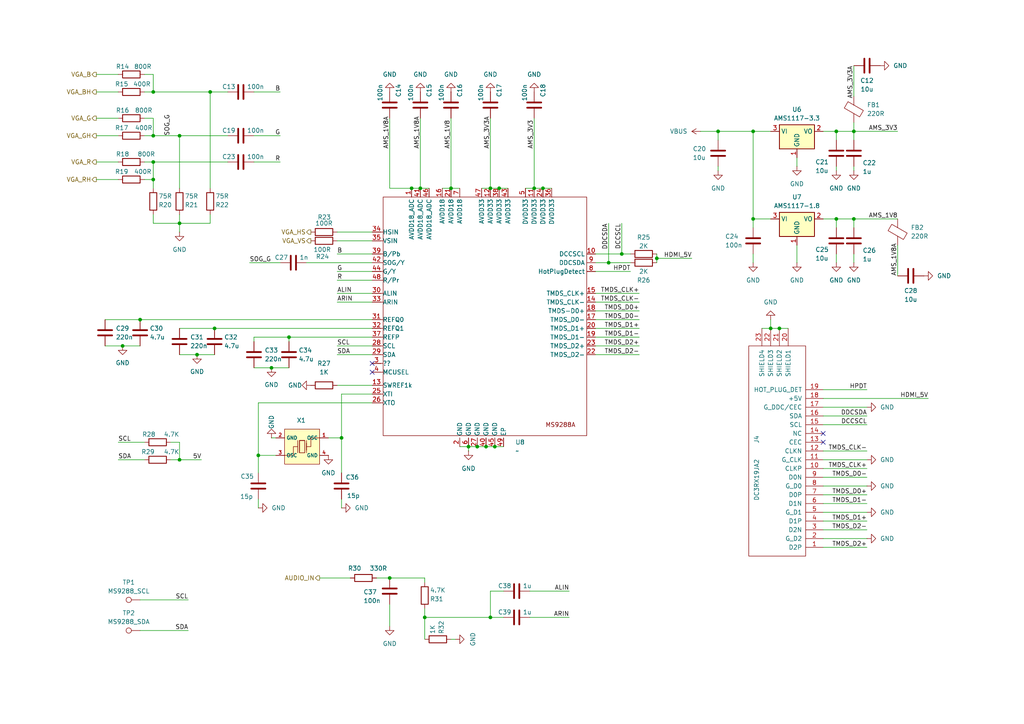
<source format=kicad_sch>
(kicad_sch (version 20250114) (generator "eeschema") (generator_version "9.0")
  (paper "A4")
  (title_block (title "${NAME} ${MODEL}") (date "2025-07-03") (rev "${VERSION}") (company "Mikhail Matveev") (comment 1 "https://github.com/rh1tech/echo"))
  (lib_symbols
    (symbol "Connector:TestPoint" (pin_numbers (hide yes)) (pin_names (offset 0.762) (hide yes))
      (property "Reference" "TP" (at 0 6.858 0))
      (property "Value" "TestPoint" (at 0 5.08 0))
      (symbol "TestPoint_0_1"
        (circle (center 0 3.302) (radius 0.762))
      )
      (symbol "TestPoint_1_1"
        (pin passive line (at 0 0 90) (length 2.54) (name "1") (number "1"))
      )
    )
    (symbol "Device:C" (pin_numbers (hide yes)) (pin_names (offset 0.254))
      (property "Reference" "C" (at 0.635 2.54 0))
      (property "Value" "C" (at 0.635 -2.54 0))
      (symbol "C_0_1"
        (polyline (pts (xy -2.032 0.762) (xy 2.032 0.762)) (stroke (width 0.508)))
        (polyline (pts (xy -2.032 -0.762) (xy 2.032 -0.762)) (stroke (width 0.508)))
      )
      (symbol "C_1_1"
        (pin passive line (at 0 3.81 270) (length 2.794) (name "~") (number "1"))
        (pin passive line (at 0 -3.81 90) (length 2.794) (name "~") (number "2"))
      )
    )
    (symbol "Device:FerriteBead" (pin_numbers (hide yes)) (pin_names (offset 0))
      (property "Reference" "FB" (at -3.81 0.635 90))
      (property "Value" "FerriteBead" (at 3.81 0 90))
      (symbol "FerriteBead_0_1"
        (polyline (pts (xy -2.7686 0.4064) (xy -1.7018 2.2606) (xy 2.7686 -0.3048) (xy 1.6764 -2.159) (xy -2.7686 0.4064)))
        (polyline (pts (xy 0 1.27) (xy 0 1.2954)))
        (polyline (pts (xy 0 -1.27) (xy 0 -1.2192)))
      )
      (symbol "FerriteBead_1_1"
        (pin passive line (at 0 3.81 270) (length 2.54) (name "~") (number "1"))
        (pin passive line (at 0 -3.81 90) (length 2.54) (name "~") (number "2"))
      )
    )
    (symbol "Device:R" (pin_numbers (hide yes)) (pin_names (offset 0))
      (property "Reference" "R" (at 2.032 0 90))
      (property "Value" "R" (at 0 0 90))
      (symbol "R_0_1"
        (rectangle (start -1.016 -2.54) (end 1.016 2.54) (stroke (width 0.254)))
      )
      (symbol "R_1_1"
        (pin passive line (at 0 3.81 270) (length 1.27) (name "~") (number "1"))
        (pin passive line (at 0 -3.81 90) (length 1.27) (name "~") (number "2"))
      )
    )
    (symbol "FRANK:Crystal,_25.576MHz"
      (property "Reference" "X1" (at 0.254 -7.62 0))
      (symbol "Crystal,_25.576MHz_0_1"
        (rectangle (start -5.08 5.08) (end 5.08 -5.08) (fill (type background)))
        (polyline (pts (xy -5.08 -2.54) (xy -2.54 -2.54) (xy -2.54 0) (xy -1.27 0)))
        (polyline (pts (xy -1.27 -1.016) (xy -1.27 1.016)))
        (polyline (pts (xy -1.27 -1.778) (xy -1.27 1.778)))
        (polyline (pts (xy -0.762 -1.778) (xy -0.762 1.778) (xy 0.762 1.778) (xy 0.762 -1.778)))
        (polyline (pts (xy 0.762 1.778) (xy 0.762 -1.778) (xy -0.762 -1.778) (xy -0.762 1.778) (xy 0.762 1.778)))
        (polyline (pts (xy 0.762 -1.778) (xy -0.762 -1.778)))
        (polyline (pts (xy 1.27 -1.016) (xy 1.27 1.016)))
        (polyline (pts (xy 1.27 -1.778) (xy 1.27 1.778)))
        (polyline (pts (xy 5.08 2.54) (xy 2.54 2.54) (xy 2.54 0) (xy 1.27 0)))
        (pin unspecified line (at -7.62 2.54 0) (length 2.54) (name "GND") (number "4"))
        (pin unspecified line (at 7.62 -2.54 180) (length 2.54) (name "GND") (number "2"))
      )
      (symbol "Crystal,_25.576MHz_1_1"
        (pin unspecified line (at -7.62 -2.54 0) (length 2.54) (name "OSC") (number "1"))
        (pin unspecified line (at 7.62 2.54 180) (length 2.54) (name "OSC") (number "3"))
      )
    )
    (symbol "FRANK:HDMI" (pin_names (offset 1.016))
      (property "Reference" "HDMI1" (at 12.7 -16.5101 0))
      (property "Value" "HDMI" (at 12.7 -13.9701 0))
      (symbol "HDMI_0_1"
        (rectangle (start -5.08 15.24) (end 11.43 -45.72))
      )
      (symbol "HDMI_1_1"
        (pin input line (at -10.16 12.7 0) (length 5.08) (name "D2P") (number "1"))
        (pin input line (at -10.16 10.16 0) (length 5.08) (name "G_D2") (number "2"))
        (pin input line (at -10.16 7.62 0) (length 5.08) (name "D2N") (number "3"))
        (pin input line (at -10.16 5.08 0) (length 5.08) (name "D1P") (number "4"))
        (pin input line (at -10.16 2.54 0) (length 5.08) (name "G_D1") (number "5"))
        (pin input line (at -10.16 0 0) (length 5.08) (name "D1N") (number "6"))
        (pin input line (at -10.16 -2.54 0) (length 5.08) (name "D0P") (number "7"))
        (pin input line (at -10.16 -5.08 0) (length 5.08) (name "G_D0") (number "8"))
        (pin input line (at -10.16 -7.62 0) (length 5.08) (name "D0N") (number "9"))
        (pin input line (at -10.16 -10.16 0) (length 5.08) (name "CLKP") (number "10"))
        (pin input line (at -10.16 -12.7 0) (length 5.08) (name "G_CLK") (number "11"))
        (pin input line (at -10.16 -15.24 0) (length 5.08) (name "CLKN") (number "12"))
        (pin input line (at -10.16 -17.78 0) (length 5.08) (name "CEC") (number "13"))
        (pin input line (at -10.16 -20.32 0) (length 5.08) (name "NC") (number "14"))
        (pin input line (at -10.16 -22.86 0) (length 5.08) (name "SCL") (number "15"))
        (pin input line (at -10.16 -25.4 0) (length 5.08) (name "SDA") (number "16"))
        (pin input line (at -10.16 -27.94 0) (length 5.08) (name "G_DDC/CEC") (number "17"))
        (pin input line (at -10.16 -30.48 0) (length 5.08) (name "+5V") (number "18"))
        (pin input line (at -10.16 -33.02 0) (length 5.08) (name "HOT_PLUG_DET") (number "19"))
        (pin input line (at 0 -50.8 90) (length 5.08) (name "SHIELD1") (number "20"))
        (pin input line (at 2.54 -50.8 90) (length 5.08) (name "SHIELD2") (number "21"))
        (pin input line (at 5.08 -50.8 90) (length 5.08) (name "SHIELD3") (number "22"))
        (pin input line (at 7.62 -50.8 90) (length 5.08) (name "SHIELD4") (number "23"))
      )
    )
    (symbol "FRANK:MS9288A"
      (property "Reference" "U13" (at 7.2741 -37.5412 0))
      (property "Value" "~" (at -17.78 14.605 0))
      (symbol "MS9288A_0_1"
        (polyline (pts (xy -30.48 24.13) (xy -29.9125 24.13)))
        (polyline (pts (xy -30.48 21.59) (xy -29.9125 21.59)))
        (polyline (pts (xy -30.48 17.78) (xy -29.9125 17.78)))
        (polyline (pts (xy -30.48 15.24) (xy -29.9125 15.24)))
        (polyline (pts (xy -30.48 12.7) (xy -29.9125 12.7)))
        (polyline (pts (xy -30.48 10.16) (xy -29.9125 10.16)))
        (polyline (pts (xy -30.48 6.35) (xy -29.9125 6.35)))
        (polyline (pts (xy -30.48 3.81) (xy -29.9125 3.81)))
        (polyline (pts (xy -30.48 -1.27) (xy -29.9125 -1.27)))
        (polyline (pts (xy -30.48 -3.81) (xy -29.9125 -3.81)))
        (polyline (pts (xy -30.48 -6.35) (xy -29.9125 -6.35)))
        (polyline (pts (xy -30.48 -8.89) (xy -29.9125 -8.89)))
        (polyline (pts (xy -30.48 -11.43) (xy -29.9125 -11.43)))
        (polyline (pts (xy -30.48 -13.97) (xy -29.9125 -13.97)))
        (polyline (pts (xy -30.48 -16.51) (xy -29.9125 -16.51)))
        (polyline (pts (xy -30.48 -20.32) (xy -29.9125 -20.32)))
        (polyline (pts (xy -30.48 -22.86) (xy -29.9125 -22.86)))
        (polyline (pts (xy -30.48 -25.4) (xy -29.9125 -25.4)))
        (rectangle (start -29.845 34.29) (end 29.21 -34.925))
      )
      (symbol "MS9288A_1_1"
        (text "MS9288A" (at 21.59 -31.75 0) (effects (font (size 1.27 1.27))))
        (pin input line (at -33.02 24.13 0) (length 2.54) (name "HSIN") (number "34"))
        (pin input line (at -33.02 21.59 0) (length 2.54) (name "VSIN") (number "35"))
        (pin input line (at -33.02 17.78 0) (length 2.54) (name "B/Pb") (number "39"))
        (pin input line (at -33.02 15.24 0) (length 2.54) (name "SOG/Y") (number "42"))
        (pin input line (at -33.02 12.7 0) (length 2.54) (name "G/Y") (number "44"))
        (pin input line (at -33.02 10.16 0) (length 2.54) (name "R/Pr") (number "48"))
        (pin input line (at -33.02 6.35 0) (length 2.54) (name "ALIN") (number "30"))
        (pin input line (at -33.02 3.81 0) (length 2.54) (name "ARIN") (number "33"))
        (pin input line (at -33.02 -1.27 0) (length 2.54) (name "REFQ0") (number "31"))
        (pin input line (at -33.02 -3.81 0) (length 2.54) (name "REFQ1") (number "32"))
        (pin input line (at -33.02 -6.35 0) (length 2.54) (name "REFP") (number "37"))
        (pin input line (at -33.02 -8.89 0) (length 2.54) (name "SCL") (number "28"))
        (pin input line (at -33.02 -11.43 0) (length 2.54) (name "SDA") (number "29"))
        (pin input line (at -33.02 -13.97 0) (length 2.54) (name "??") (number "3"))
        (pin input line (at -33.02 -16.51 0) (length 2.54) (name "MCUSEL") (number "4"))
        (pin input line (at -33.02 -20.32 0) (length 2.54) (name "SWREF1k") (number "13"))
        (pin input line (at -33.02 -22.86 0) (length 2.54) (name "XTI") (number "25"))
        (pin input line (at -33.02 -25.4 0) (length 2.54) (name "XTO") (number "26"))
        (pin input line (at -21.59 36.83 270) (length 2.54) (name "AVDD18_ADC") (number "1"))
        (pin input line (at -19.05 36.83 270) (length 2.54) (name "AVDD18_ADC") (number "41"))
        (pin input line (at -16.51 36.83 270) (length 2.54) (name "AVDD18_ADC") (number "46"))
        (pin input line (at -12.7 36.83 270) (length 2.54) (name "AVDD18") (number "16"))
        (pin input line (at -10.16 36.83 270) (length 2.54) (name "AVDD18") (number "21"))
        (pin input line (at -7.62 36.83 270) (length 2.54) (name "AVDD18") (number "7"))
        (pin input line (at -7.62 -38.1 90) (length 2.54) (name "GND") (number "2"))
        (pin input line (at -5.08 -38.1 90) (length 2.54) (name "GND") (number "6"))
        (pin input line (at -2.54 -38.1 90) (length 2.54) (name "GND") (number "27"))
        (pin input line (at -1.27 36.83 270) (length 2.54) (name "AVDD33") (number "47"))
        (pin input line (at 0 -38.1 90) (length 2.54) (name "GND") (number "40"))
        (pin input line (at 1.27 36.83 270) (length 2.54) (name "AVDD33") (number "12"))
        (pin input line (at 2.54 -38.1 90) (length 2.54) (name "GND") (number "45"))
        (pin input line (at 3.81 36.83 270) (length 2.54) (name "AVDD33") (number "38"))
        (pin input line (at 5.08 -38.1 90) (length 2.54) (name "EP") (number "49"))
        (pin input line (at 6.35 36.83 270) (length 2.54) (name "AVDD33") (number "43"))
        (pin input line (at 11.43 36.83 270) (length 2.54) (name "DVDD33") (number "5"))
        (pin input line (at 13.97 36.83 270) (length 2.54) (name "DVDD33") (number "11"))
        (pin input line (at 16.51 36.83 270) (length 2.54) (name "DVDD33") (number "24"))
        (pin input line (at 19.05 36.83 270) (length 2.54) (name "DVDD33") (number "36"))
        (pin input line (at 31.75 17.78 180) (length 2.54) (name "DCCSCL") (number "10"))
        (pin input line (at 31.75 15.24 180) (length 2.54) (name "DDCSDA") (number "9"))
        (pin input line (at 31.75 12.7 180) (length 2.54) (name "HotPlugDetect") (number "8"))
        (pin output line (at 31.75 6.35 180) (length 2.54) (name "TMDS_CLK+") (number "15"))
        (pin output line (at 31.75 3.81 180) (length 2.54) (name "TMDS_CLK-") (number "14"))
        (pin output line (at 31.75 1.27 180) (length 2.54) (name "TMDS-D0+") (number "18"))
        (pin output line (at 31.75 -1.27 180) (length 2.54) (name "TMDS_D0-") (number "17"))
        (pin output line (at 31.75 -3.81 180) (length 2.54) (name "TMDS_D1+") (number "20"))
        (pin output line (at 31.75 -6.35 180) (length 2.54) (name "TMDS_D1-") (number "19"))
        (pin output line (at 31.75 -8.89 180) (length 2.54) (name "TMDS_D2+") (number "23"))
        (pin output line (at 31.75 -11.43 180) (length 2.54) (name "TMDS_D2-") (number "22"))
      )
    )
    (symbol "Regulator_Linear:AMS1117-1.8"
      (property "Reference" "U" (at -3.81 3.175 0))
      (property "Value" "AMS1117-1.8" (at 0 3.175 0))
      (symbol "AMS1117-1.8_0_1"
        (rectangle (start -5.08 -5.08) (end 5.08 1.905) (stroke (width 0.254)) (fill (type background)))
      )
      (symbol "AMS1117-1.8_1_1"
        (pin power_in line (at -7.62 0 0) (length 2.54) (name "VI") (number "3"))
        (pin power_in line (at 0 -7.62 90) (length 2.54) (name "GND") (number "1"))
        (pin power_out line (at 7.62 0 180) (length 2.54) (name "VO") (number "2"))
      )
    )
    (symbol "Regulator_Linear:AMS1117-3.3"
      (property "Reference" "U" (at -3.81 3.175 0))
      (property "Value" "AMS1117-3.3" (at 0 3.175 0))
      (symbol "AMS1117-3.3_0_1"
        (rectangle (start -5.08 -5.08) (end 5.08 1.905) (stroke (width 0.254)) (fill (type background)))
      )
      (symbol "AMS1117-3.3_1_1"
        (pin power_in line (at -7.62 0 0) (length 2.54) (name "VI") (number "3"))
        (pin power_in line (at 0 -7.62 90) (length 2.54) (name "GND") (number "1"))
        (pin power_out line (at 7.62 0 180) (length 2.54) (name "VO") (number "2"))
      )
    )
    (symbol "power:GND" (power) (pin_numbers (hide yes)) (pin_names (offset 0) (hide yes))
      (property "Value" "GND" (at 0 -3.81 0))
      (symbol "GND_0_1"
        (polyline (pts (xy 0 0) (xy 0 -1.27) (xy 1.27 -1.27) (xy 0 -2.54) (xy -1.27 -1.27) (xy 0 -1.27)))
      )
      (symbol "GND_1_1"
        (pin power_in line (at 0 0 270) (length 0) (name "~") (number "1"))
      )
    )
    (symbol "power:VBUS" (power) (pin_numbers (hide yes)) (pin_names (offset 0) (hide yes))
      (property "Value" "VBUS" (at 0 3.556 0))
      (symbol "VBUS_0_1"
        (polyline (pts (xy -0.762 1.27) (xy 0 2.54)))
        (polyline (pts (xy 0 2.54) (xy 0.762 1.27)))
        (polyline (pts (xy 0 0) (xy 0 2.54)))
      )
      (symbol "VBUS_1_1"
        (pin power_in line (at 0 0 90) (length 0) (name "~") (number "1"))
      )
    )
  )
  (junction (at 52.07 39.37))
  (junction (at 223.52 95.25))
  (junction (at 113.03 167.64))
  (junction (at 119.38 54.61))
  (junction (at 44.45 39.37))
  (junction (at 208.28 38.1))
  (junction (at 143.51 129.54))
  (junction (at 40.64 92.71))
  (junction (at 78.74 106.68))
  (junction (at 123.19 179.07))
  (junction (at 176.53 76.2))
  (junction (at 44.45 26.67))
  (junction (at 62.23 95.25))
  (junction (at 247.65 63.5))
  (junction (at 242.57 63.5))
  (junction (at 99.06 127))
  (junction (at 218.44 63.5))
  (junction (at 52.07 64.77))
  (junction (at 218.44 38.1))
  (junction (at 142.24 179.07))
  (junction (at 154.94 54.61))
  (junction (at 121.92 54.61))
  (junction (at 190.5 74.93))
  (junction (at 130.81 54.61))
  (junction (at 140.97 129.54))
  (junction (at 247.65 38.1))
  (junction (at 44.45 46.99))
  (junction (at 144.78 54.61))
  (junction (at 57.15 102.87))
  (junction (at 44.45 52.07))
  (junction (at 60.96 26.67))
  (junction (at 35.56 100.33))
  (junction (at 52.07 133.35))
  (junction (at 242.57 38.1))
  (junction (at 74.93 132.08))
  (junction (at 180.34 73.66))
  (junction (at 138.43 129.54))
  (junction (at 135.89 129.54))
  (junction (at 83.82 97.79))
  (junction (at 157.48 54.61))
  (junction (at 142.24 54.61))
  (junction (at 226.06 95.25))
  (no_connect (at 238.76 125.73))
  (no_connect (at 107.95 105.41))
  (no_connect (at 107.95 107.95))
  (no_connect (at 238.76 128.27))
  (wire (pts (xy 238.76 151.13) (xy 251.46 151.13)))
  (wire (pts (xy 123.19 167.64) (xy 123.19 168.91)))
  (wire (pts (xy 44.45 26.67) (xy 60.96 26.67)))
  (wire (pts (xy 172.72 85.09) (xy 185.42 85.09)))
  (wire (pts (xy 74.93 132.08) (xy 74.93 137.16)))
  (wire (pts (xy 97.79 111.76) (xy 107.95 111.76)))
  (wire (pts (xy 121.92 54.61) (xy 124.46 54.61)))
  (wire (pts (xy 172.72 78.74) (xy 182.88 78.74)))
  (wire (pts (xy 88.9 76.2) (xy 107.95 76.2)))
  (wire (pts (xy 238.76 123.19) (xy 251.46 123.19)))
  (wire (pts (xy 44.45 34.29) (xy 44.45 39.37)))
  (wire (pts (xy 238.76 118.11) (xy 251.46 118.11)))
  (wire (pts (xy 247.65 35.56) (xy 247.65 38.1)))
  (wire (pts (xy 44.45 52.07) (xy 44.45 54.61)))
  (wire (pts (xy 113.03 181.61) (xy 113.03 175.26)))
  (wire (pts (xy 99.06 147.32) (xy 99.06 144.78)))
  (wire (pts (xy 95.25 127) (xy 99.06 127)))
  (wire (pts (xy 99.06 114.3) (xy 107.95 114.3)))
  (wire (pts (xy 119.38 54.61) (xy 121.92 54.61)))
  (wire (pts (xy 154.94 34.29) (xy 154.94 54.61)))
  (wire (pts (xy 152.4 54.61) (xy 154.94 54.61)))
  (wire (pts (xy 172.72 76.2) (xy 176.53 76.2)))
  (wire (pts (xy 30.48 92.71) (xy 40.64 92.71)))
  (wire (pts (xy 238.76 153.67) (xy 251.46 153.67)))
  (wire (pts (xy 121.92 34.29) (xy 121.92 54.61)))
  (wire (pts (xy 44.45 62.23) (xy 44.45 64.77)))
  (wire (pts (xy 44.45 64.77) (xy 52.07 64.77)))
  (wire (pts (xy 109.22 167.64) (xy 113.03 167.64)))
  (wire (pts (xy 172.72 73.66) (xy 180.34 73.66)))
  (wire (pts (xy 27.94 52.07) (xy 34.29 52.07)))
  (wire (pts (xy 78.74 106.68) (xy 83.82 106.68)))
  (wire (pts (xy 238.76 115.57) (xy 269.24 115.57)))
  (wire (pts (xy 97.79 81.28) (xy 107.95 81.28)))
  (wire (pts (xy 231.14 71.12) (xy 231.14 76.2)))
  (wire (pts (xy 208.28 40.64) (xy 208.28 38.1)))
  (wire (pts (xy 49.53 133.35) (xy 52.07 133.35)))
  (wire (pts (xy 218.44 63.5) (xy 223.52 63.5)))
  (wire (pts (xy 218.44 63.5) (xy 218.44 66.04)))
  (wire (pts (xy 74.93 116.84) (xy 107.95 116.84)))
  (wire (pts (xy 74.93 132.08) (xy 74.93 116.84)))
  (wire (pts (xy 97.79 100.33) (xy 107.95 100.33)))
  (wire (pts (xy 97.79 67.31) (xy 107.95 67.31)))
  (wire (pts (xy 238.76 135.89) (xy 251.46 135.89)))
  (wire (pts (xy 27.94 21.59) (xy 34.29 21.59)))
  (wire (pts (xy 238.76 113.03) (xy 251.46 113.03)))
  (wire (pts (xy 190.5 73.66) (xy 190.5 74.93)))
  (wire (pts (xy 83.82 97.79) (xy 107.95 97.79)))
  (wire (pts (xy 172.72 87.63) (xy 185.42 87.63)))
  (wire (pts (xy 220.98 95.25) (xy 223.52 95.25)))
  (wire (pts (xy 138.43 129.54) (xy 140.97 129.54)))
  (wire (pts (xy 238.76 120.65) (xy 251.46 120.65)))
  (wire (pts (xy 172.72 95.25) (xy 185.42 95.25)))
  (wire (pts (xy 172.72 92.71) (xy 185.42 92.71)))
  (wire (pts (xy 72.39 76.2) (xy 81.28 76.2)))
  (wire (pts (xy 172.72 90.17) (xy 185.42 90.17)))
  (wire (pts (xy 60.96 54.61) (xy 60.96 26.67)))
  (wire (pts (xy 140.97 129.54) (xy 143.51 129.54)))
  (wire (pts (xy 41.91 46.99) (xy 44.45 46.99)))
  (wire (pts (xy 133.35 129.54) (xy 135.89 129.54)))
  (wire (pts (xy 238.76 38.1) (xy 242.57 38.1)))
  (wire (pts (xy 208.28 38.1) (xy 218.44 38.1)))
  (wire (pts (xy 30.48 100.33) (xy 35.56 100.33)))
  (wire (pts (xy 52.07 39.37) (xy 52.07 54.61)))
  (wire (pts (xy 226.06 95.25) (xy 228.6 95.25)))
  (wire (pts (xy 128.27 54.61) (xy 130.81 54.61)))
  (wire (pts (xy 40.64 182.88) (xy 54.61 182.88)))
  (wire (pts (xy 35.56 100.33) (xy 40.64 100.33)))
  (wire (pts (xy 223.52 95.25) (xy 226.06 95.25)))
  (wire (pts (xy 97.79 78.74) (xy 107.95 78.74)))
  (wire (pts (xy 97.79 102.87) (xy 107.95 102.87)))
  (wire (pts (xy 113.03 34.29) (xy 113.03 54.61)))
  (wire (pts (xy 62.23 95.25) (xy 107.95 95.25)))
  (wire (pts (xy 153.67 179.07) (xy 165.1 179.07)))
  (wire (pts (xy 238.76 158.75) (xy 251.46 158.75)))
  (wire (pts (xy 135.89 129.54) (xy 138.43 129.54)))
  (wire (pts (xy 218.44 38.1) (xy 223.52 38.1)))
  (wire (pts (xy 52.07 133.35) (xy 58.42 133.35)))
  (wire (pts (xy 52.07 128.27) (xy 49.53 128.27)))
  (wire (pts (xy 247.65 40.64) (xy 247.65 38.1)))
  (wire (pts (xy 247.65 49.53) (xy 247.65 48.26)))
  (wire (pts (xy 44.45 21.59) (xy 44.45 26.67)))
  (wire (pts (xy 40.64 173.99) (xy 54.61 173.99)))
  (wire (pts (xy 208.28 49.53) (xy 208.28 48.26)))
  (wire (pts (xy 238.76 148.59) (xy 251.46 148.59)))
  (wire (pts (xy 238.76 143.51) (xy 251.46 143.51)))
  (wire (pts (xy 83.82 97.79) (xy 83.82 99.06)))
  (wire (pts (xy 247.65 63.5) (xy 260.35 63.5)))
  (wire (pts (xy 172.72 102.87) (xy 185.42 102.87)))
  (wire (pts (xy 238.76 146.05) (xy 251.46 146.05)))
  (wire (pts (xy 60.96 64.77) (xy 52.07 64.77)))
  (wire (pts (xy 153.67 171.45) (xy 165.1 171.45)))
  (wire (pts (xy 66.04 39.37) (xy 52.07 39.37)))
  (wire (pts (xy 142.24 34.29) (xy 142.24 54.61)))
  (wire (pts (xy 73.66 26.67) (xy 81.28 26.67)))
  (wire (pts (xy 247.65 38.1) (xy 260.35 38.1)))
  (wire (pts (xy 223.52 92.71) (xy 223.52 95.25)))
  (wire (pts (xy 238.76 140.97) (xy 251.46 140.97)))
  (wire (pts (xy 176.53 76.2) (xy 176.53 64.77)))
  (wire (pts (xy 238.76 63.5) (xy 242.57 63.5)))
  (wire (pts (xy 97.79 73.66) (xy 107.95 73.66)))
  (wire (pts (xy 247.65 73.66) (xy 247.65 76.2)))
  (wire (pts (xy 172.72 100.33) (xy 185.42 100.33)))
  (wire (pts (xy 74.93 147.32) (xy 74.93 144.78)))
  (wire (pts (xy 144.78 54.61) (xy 147.32 54.61)))
  (wire (pts (xy 52.07 102.87) (xy 57.15 102.87)))
  (wire (pts (xy 66.04 26.67) (xy 60.96 26.67)))
  (wire (pts (xy 41.91 26.67) (xy 44.45 26.67)))
  (wire (pts (xy 231.14 48.26) (xy 231.14 45.72)))
  (wire (pts (xy 146.05 171.45) (xy 142.24 171.45)))
  (wire (pts (xy 142.24 179.07) (xy 123.19 179.07)))
  (wire (pts (xy 139.7 54.61) (xy 142.24 54.61)))
  (wire (pts (xy 78.74 127) (xy 80.01 127)))
  (wire (pts (xy 135.89 129.54) (xy 135.89 130.81)))
  (wire (pts (xy 97.79 69.85) (xy 107.95 69.85)))
  (wire (pts (xy 41.91 52.07) (xy 44.45 52.07)))
  (wire (pts (xy 203.2 38.1) (xy 208.28 38.1)))
  (wire (pts (xy 154.94 54.61) (xy 157.48 54.61)))
  (wire (pts (xy 97.79 87.63) (xy 107.95 87.63)))
  (wire (pts (xy 57.15 102.87) (xy 62.23 102.87)))
  (wire (pts (xy 242.57 40.64) (xy 242.57 38.1)))
  (wire (pts (xy 34.29 128.27) (xy 41.91 128.27)))
  (wire (pts (xy 190.5 74.93) (xy 190.5 76.2)))
  (wire (pts (xy 27.94 39.37) (xy 34.29 39.37)))
  (wire (pts (xy 52.07 64.77) (xy 52.07 67.31)))
  (wire (pts (xy 27.94 26.67) (xy 34.29 26.67)))
  (wire (pts (xy 238.76 156.21) (xy 251.46 156.21)))
  (wire (pts (xy 242.57 63.5) (xy 247.65 63.5)))
  (wire (pts (xy 218.44 73.66) (xy 218.44 76.2)))
  (wire (pts (xy 73.66 46.99) (xy 81.28 46.99)))
  (wire (pts (xy 52.07 95.25) (xy 62.23 95.25)))
  (wire (pts (xy 242.57 66.04) (xy 242.57 63.5)))
  (wire (pts (xy 73.66 97.79) (xy 83.82 97.79)))
  (wire (pts (xy 92.71 167.64) (xy 101.6 167.64)))
  (wire (pts (xy 34.29 133.35) (xy 41.91 133.35)))
  (wire (pts (xy 180.34 73.66) (xy 182.88 73.66)))
  (wire (pts (xy 242.57 38.1) (xy 247.65 38.1)))
  (wire (pts (xy 73.66 106.68) (xy 78.74 106.68)))
  (wire (pts (xy 172.72 97.79) (xy 185.42 97.79)))
  (wire (pts (xy 247.65 19.05) (xy 247.65 27.94)))
  (wire (pts (xy 99.06 127) (xy 99.06 114.3)))
  (wire (pts (xy 238.76 138.43) (xy 251.46 138.43)))
  (wire (pts (xy 44.45 39.37) (xy 52.07 39.37)))
  (wire (pts (xy 97.79 85.09) (xy 107.95 85.09)))
  (wire (pts (xy 130.81 34.29) (xy 130.81 54.61)))
  (wire (pts (xy 260.35 71.12) (xy 260.35 80.01)))
  (wire (pts (xy 41.91 39.37) (xy 44.45 39.37)))
  (wire (pts (xy 130.81 185.42) (xy 132.08 185.42)))
  (wire (pts (xy 242.57 76.2) (xy 242.57 73.66)))
  (wire (pts (xy 146.05 179.07) (xy 142.24 179.07)))
  (wire (pts (xy 218.44 38.1) (xy 218.44 63.5)))
  (wire (pts (xy 247.65 66.04) (xy 247.65 63.5)))
  (wire (pts (xy 176.53 76.2) (xy 182.88 76.2)))
  (wire (pts (xy 242.57 49.53) (xy 242.57 48.26)))
  (wire (pts (xy 143.51 129.54) (xy 146.05 129.54)))
  (wire (pts (xy 238.76 133.35) (xy 251.46 133.35)))
  (wire (pts (xy 44.45 21.59) (xy 41.91 21.59)))
  (wire (pts (xy 27.94 34.29) (xy 34.29 34.29)))
  (wire (pts (xy 52.07 128.27) (xy 52.07 133.35)))
  (wire (pts (xy 123.19 176.53) (xy 123.19 179.07)))
  (wire (pts (xy 73.66 99.06) (xy 73.66 97.79)))
  (wire (pts (xy 157.48 54.61) (xy 160.02 54.61)))
  (wire (pts (xy 41.91 34.29) (xy 44.45 34.29)))
  (wire (pts (xy 73.66 39.37) (xy 81.28 39.37)))
  (wire (pts (xy 130.81 54.61) (xy 133.35 54.61)))
  (wire (pts (xy 238.76 130.81) (xy 251.46 130.81)))
  (wire (pts (xy 52.07 64.77) (xy 52.07 62.23)))
  (wire (pts (xy 40.64 92.71) (xy 107.95 92.71)))
  (wire (pts (xy 142.24 171.45) (xy 142.24 179.07)))
  (wire (pts (xy 142.24 54.61) (xy 144.78 54.61)))
  (wire (pts (xy 113.03 167.64) (xy 123.19 167.64)))
  (wire (pts (xy 27.94 46.99) (xy 34.29 46.99)))
  (wire (pts (xy 99.06 137.16) (xy 99.06 127)))
  (wire (pts (xy 80.01 132.08) (xy 74.93 132.08)))
  (wire (pts (xy 123.19 179.07) (xy 123.19 185.42)))
  (wire (pts (xy 44.45 46.99) (xy 44.45 52.07)))
  (wire (pts (xy 113.03 54.61) (xy 119.38 54.61)))
  (wire (pts (xy 190.5 74.93) (xy 200.66 74.93)))
  (wire (pts (xy 60.96 62.23) (xy 60.96 64.77)))
  (wire (pts (xy 44.45 46.99) (xy 66.04 46.99)))
  (wire (pts (xy 180.34 64.77) (xy 180.34 73.66)))
  (label "TMDS_D0+" (at 185.42 90.17 180))
  (label "SOG_G" (at 49.53 39.37 90))
  (label "HPDT" (at 251.46 113.03 180))
  (label "HDMI_5V" (at 200.66 74.93 180))
  (label "TMDS_CLK-" (at 185.42 87.63 180))
  (label "B" (at 97.79 73.66 0))
  (label "ARIN" (at 165.1 179.07 180))
  (label "TMDS_CLK-" (at 251.46 130.81 180))
  (label "AMS_1V8A" (at 260.35 80.01 90))
  (label "TMDS_D2-" (at 251.46 153.67 180))
  (label "ALIN" (at 165.1 171.45 180))
  (label "TMDS_D0+" (at 251.46 143.51 180))
  (label "TMDS_CLK+" (at 251.46 135.89 180))
  (label "DCCSCL" (at 251.46 123.19 180))
  (label "AMS_1V8A" (at 121.92 43.18 90))
  (label "DCCSCL" (at 180.34 64.77 270))
  (label "ALIN" (at 97.79 85.09 0))
  (label "TMDS_D2+" (at 185.42 100.33 180))
  (label "TMDS_D1+" (at 185.42 95.25 180))
  (label "TMDS_D1+" (at 251.46 151.13 180))
  (label "AMS_3V3" (at 260.35 38.1 180))
  (label "B" (at 81.28 26.67 180))
  (label "AMS_3V3A" (at 247.65 19.05 270))
  (label "TMDS_D1-" (at 185.42 97.79 180))
  (label "HPDT" (at 182.88 78.74 180))
  (label "TMDS_D2-" (at 185.42 102.87 180))
  (label "SCL" (at 34.29 128.27 0))
  (label "AMS_1V8A" (at 113.03 43.18 90))
  (label "TMDS_D0-" (at 185.42 92.71 180))
  (label "TMDS_D1-" (at 251.46 146.05 180))
  (label "SDA" (at 34.29 133.35 0))
  (label "SCL" (at 54.61 173.99 180))
  (label "AMS_1V8" (at 260.35 63.5 180))
  (label "SCL" (at 97.79 100.33 0))
  (label "G" (at 81.28 39.37 180))
  (label "SDA" (at 54.61 182.88 180))
  (label "DDCSDA" (at 176.53 64.77 270))
  (label "ARIN" (at 97.79 87.63 0))
  (label "AMS_3V3A" (at 142.24 43.18 90))
  (label "5V" (at 58.42 133.35 180))
  (label "R" (at 81.28 46.99 180))
  (label "HDMI_5V" (at 269.24 115.57 180))
  (label "TMDS_CLK+" (at 185.42 85.09 180))
  (label "TMDS_D2+" (at 251.46 158.75 180))
  (label "R" (at 97.79 81.28 0))
  (label "SDA" (at 97.79 102.87 0))
  (label "DDCSDA" (at 251.46 120.65 180))
  (label "TMDS_D0-" (at 251.46 138.43 180))
  (label "G" (at 97.79 78.74 0))
  (label "SOG_G" (at 72.39 76.2 0))
  (label "AMS_3V3" (at 154.94 43.18 90))
  (label "AMS_1V8" (at 130.81 43.18 90))
  (hierarchical_label "VGA_RH" (shape output) (at 27.94 52.07 180))
  (hierarchical_label "VGA_VS" (shape output) (at 90.17 69.85 180))
  (hierarchical_label "VGA_G" (shape output) (at 27.94 34.29 180))
  (hierarchical_label "VGA_GH" (shape output) (at 27.94 39.37 180))
  (hierarchical_label "VGA_R" (shape output) (at 27.94 46.99 180))
  (hierarchical_label "AUDIO_IN" (shape output) (at 92.71 167.64 180))
  (hierarchical_label "VGA_HS" (shape output) (at 90.17 67.31 180))
  (hierarchical_label "VGA_BH" (shape output) (at 27.94 26.67 180))
  (hierarchical_label "VGA_B" (shape output) (at 27.94 21.59 180))
  (symbol (lib_id "power:GND") (at 121.92 26.67 0) (mirror x) (unit 1)
    (property "Reference" "#PWR044" (effects (hide yes)))
    (property "Value" "GND" (at 121.92 21.59 0))
    (property "Description" "Power symbol creates a global label with name \"GND\" , ground" (effects (hide yes)))
  )
  (symbol (lib_id "power:GND") (at 251.46 133.35 90) (unit 1)
    (property "Reference" "#PWR068" (effects (hide yes)))
    (property "Value" "GND" (at 255.27 133.3499 90) (effects (justify right)))
    (property "Description" "Power symbol creates a global label with name \"GND\" , ground" (effects (hide yes)))
  )
  (symbol (lib_id "Device:R") (at 186.69 76.2 90) (unit 1)
    (property "Reference" "R26" (at 186.69 81.28 90))
    (property "Value" "2K" (at 186.69 78.74 90))
    (property "Footprint" "FRANK:Resistor (0402)" (effects (hide yes)))
  )
  (symbol (lib_id "Device:R") (at 186.69 73.66 90) (unit 1)
    (property "Reference" "R25" (at 186.69 68.834 90))
    (property "Value" "2K" (at 186.69 71.374 90))
    (property "Footprint" "FRANK:Resistor (0402)" (effects (hide yes)))
  )
  (symbol (lib_id "Device:R") (at 127 185.42 90) (unit 1)
    (property "Reference" "R32" (at 128.016 183.896 0) (effects (justify left)))
    (property "Value" "1K" (at 125.476 183.896 0) (effects (justify left)))
    (property "Footprint" "FRANK:Resistor (0402)" (effects (hide yes)))
    (property "Description" "Resistor" (effects (hide yes)))
  )
  (symbol (lib_id "FRANK:HDMI") (at 228.6 146.05 180) (unit 1)
    (property "Reference" "J4" (at 219.456 126.238 90) (effects (justify left)))
    (property "Value" "DC3RX19JA2" (at 219.456 133.096 90) (effects (justify left)))
    (property "Footprint" "FRANK:HDMI (female)" (effects (hide yes)))
    (property "Datasheet" "https://www.mouser.com/datasheet/2/206/B_0233_2E_DC3-784461.pdf?srsltid=AfmBOopfNOwkdmYR2Zf10LYIa6wS_lfZGGRTVzb0297kvAyc-1zmhqWc" (effects (hide yes)))
    (property "AliExpress" "https://www.aliexpress.com/item/1005005248842433.html" (effects (hide yes)))
  )
  (symbol (lib_id "Device:C") (at 121.92 30.48 180) (unit 1)
    (property "Reference" "C15" (at 124.46 28.194 90) (effects (justify right)))
    (property "Value" "100n" (at 119.126 24.384 90) (effects (justify left)))
    (property "Footprint" "FRANK:Capacitor (0402)" (effects (hide yes)))
    (property "Description" "Unpolarized capacitor" (effects (hide yes)))
  )
  (symbol (lib_id "Device:C") (at 99.06 140.97 0) (mirror y) (unit 1)
    (property "Reference" "C36" (at 104.14 138.43 0) (effects (justify left)))
    (property "Value" "15p" (at 104.394 143.764 0) (effects (justify left)))
    (property "Footprint" "FRANK:Capacitor (0402)" (effects (hide yes)))
    (property "Description" "Unpolarized capacitor" (effects (hide yes)))
  )
  (symbol (lib_id "Device:R") (at 105.41 167.64 90) (mirror x) (unit 1)
    (property "Reference" "R30" (at 102.87 164.846 90))
    (property "Value" "330R" (at 107.188 164.846 90) (effects (justify right)))
    (property "Footprint" "FRANK:Resistor (0402)" (effects (hide yes)))
    (property "Description" "Resistor" (effects (hide yes)))
  )
  (symbol (lib_id "Device:C") (at 242.57 69.85 0) (unit 1)
    (property "Reference" "C25" (at 236.474 72.39 0) (effects (justify left)))
    (property "Value" "10u" (at 236.474 74.93 0) (effects (justify left)))
    (property "Footprint" "FRANK:Capacitor (0805)" (effects (hide yes)))
    (property "Description" "Unpolarized capacitor" (effects (hide yes)))
  )
  (symbol (lib_id "Device:R") (at 60.96 58.42 0) (unit 1)
    (property "Reference" "R22" (at 62.484 59.436 0) (effects (justify left)))
    (property "Value" "75R" (at 62.484 56.896 0) (effects (justify left)))
    (property "Footprint" "FRANK:Resistor (0402)" (effects (hide yes)))
    (property "Description" "Resistor" (effects (hide yes)))
  )
  (symbol (lib_id "Connector:TestPoint") (at 40.64 182.88 90) (unit 1)
    (property "Reference" "TP2" (at 37.338 177.8 90))
    (property "Value" "MS9288_SDA" (at 37.338 180.34 90))
    (property "Footprint" "FRANK:TestPoint (Pad 1.0x1.0mm)" (effects (hide yes)))
    (property "Description" "test point" (effects (hide yes)))
  )
  (symbol (lib_id "power:GND") (at 78.74 106.68 0) (unit 1)
    (property "Reference" "#PWR062" (effects (hide yes)))
    (property "Value" "GND" (at 78.74 111.5962 0))
  )
  (symbol (lib_id "Device:R") (at 38.1 21.59 90) (mirror x) (unit 1)
    (property "Reference" "R14" (at 35.56 19.304 90))
    (property "Value" "800R" (at 38.862 19.304 90) (effects (justify right)))
    (property "Footprint" "FRANK:Resistor (0402)" (effects (hide yes)))
    (property "Description" "Resistor" (effects (hide yes)))
  )
  (symbol (lib_id "power:GND") (at 247.65 76.2 0) (unit 1)
    (property "Reference" "#PWR057" (effects (hide yes)))
    (property "Value" "GND" (at 247.65 81.28 0))
    (property "Description" "Power symbol creates a global label with name \"GND\" , ground" (effects (hide yes)))
  )
  (symbol (lib_id "Device:FerriteBead") (at 260.35 67.31 0) (unit 1)
    (property "Reference" "FB2" (at 264.16 65.9891 0) (effects (justify left)))
    (property "Value" "220R" (at 264.16 68.5291 0) (effects (justify left)))
    (property "Footprint" "FRANK:Inductor (0805)" (effects (hide yes)))
    (property "Description" "Ferrite bead" (effects (hide yes)))
  )
  (symbol (lib_id "Device:C") (at 218.44 69.85 0) (unit 1)
    (property "Reference" "C24" (at 210.312 68.58 0) (effects (justify left)))
    (property "Value" "100n" (at 210.312 71.12 0) (effects (justify left)))
    (property "Footprint" "FRANK:Capacitor (0402)" (effects (hide yes)))
    (property "Description" "Unpolarized capacitor" (effects (hide yes)))
  )
  (symbol (lib_id "Device:C") (at 264.16 80.01 90) (unit 1)
    (property "Reference" "C28" (at 264.16 84.328 90))
    (property "Value" "10u" (at 264.16 86.868 90))
    (property "Footprint" "FRANK:Capacitor (0805)" (effects (hide yes)))
    (property "Description" "Unpolarized capacitor" (effects (hide yes)))
  )
  (symbol (lib_id "Device:C") (at 83.82 102.87 0) (unit 1)
    (property "Reference" "C34" (at 86.614 101.6 0) (effects (justify left)))
    (property "Value" "4.7u" (at 86.614 104.14 0) (effects (justify left)))
    (property "Footprint" "FRANK:Capacitor (0805)" (effects (hide yes)))
  )
  (symbol (lib_id "Device:R") (at 38.1 52.07 90) (mirror x) (unit 1)
    (property "Reference" "R19" (at 35.306 49.784 90))
    (property "Value" "400R" (at 38.862 49.784 90) (effects (justify right)))
    (property "Footprint" "FRANK:Resistor (0402)" (effects (hide yes)))
    (property "Description" "Resistor" (effects (hide yes)))
  )
  (symbol (lib_id "power:GND") (at 242.57 76.2 0) (unit 1)
    (property "Reference" "#PWR056" (effects (hide yes)))
    (property "Value" "GND" (at 242.57 81.28 0))
    (property "Description" "Power symbol creates a global label with name \"GND\" , ground" (effects (hide yes)))
  )
  (symbol (lib_id "Device:R") (at 45.72 128.27 90) (mirror x) (unit 1)
    (property "Reference" "R28" (at 43.18 125.984 90))
    (property "Value" "4.7K" (at 47.498 125.984 90) (effects (justify right)))
    (property "Footprint" "FRANK:Resistor (0402)" (effects (hide yes)))
    (property "Description" "Resistor" (effects (hide yes)))
  )
  (symbol (lib_id "Device:C") (at 85.09 76.2 270) (unit 1)
    (property "Reference" "C27" (at 83.566 74.676 90) (effects (justify right)))
    (property "Value" "1n" (at 86.868 74.676 90) (effects (justify left)))
    (property "Footprint" "FRANK:Capacitor (0402)" (effects (hide yes)))
    (property "Description" "Unpolarized capacitor" (effects (hide yes)))
  )
  (symbol (lib_id "Device:C") (at 69.85 39.37 270) (unit 1)
    (property "Reference" "C19" (at 68.326 37.846 90) (effects (justify right)))
    (property "Value" "100n" (at 71.628 37.846 90) (effects (justify left)))
    (property "Footprint" "FRANK:Capacitor (0402)" (effects (hide yes)))
    (property "Description" "Unpolarized capacitor" (effects (hide yes)))
  )
  (symbol (lib_id "power:GND") (at 74.93 147.32 90) (mirror x) (unit 1)
    (property "Reference" "#PWR070" (effects (hide yes)))
    (property "Value" "GND" (at 78.74 147.3199 90) (effects (justify right)))
    (property "Description" "Power symbol creates a global label with name \"GND\" , ground" (effects (hide yes)))
  )
  (symbol (lib_id "power:GND") (at 251.46 148.59 90) (unit 1)
    (property "Reference" "#PWR072" (effects (hide yes)))
    (property "Value" "GND" (at 255.27 148.5899 90) (effects (justify right)))
    (property "Description" "Power symbol creates a global label with name \"GND\" , ground" (effects (hide yes)))
  )
  (symbol (lib_id "Device:C") (at 247.65 69.85 0) (unit 1)
    (property "Reference" "C26" (at 250.19 72.644 0) (effects (justify left)))
    (property "Value" "1u" (at 250.19 75.184 0) (effects (justify left)))
    (property "Footprint" "FRANK:Capacitor (0805)" (effects (hide yes)))
    (property "Description" "Unpolarized capacitor" (effects (hide yes)))
  )
  (symbol (lib_id "power:GND") (at 130.81 26.67 0) (mirror x) (unit 1)
    (property "Reference" "#PWR045" (effects (hide yes)))
    (property "Value" "GND" (at 130.81 21.59 0))
    (property "Description" "Power symbol creates a global label with name \"GND\" , ground" (effects (hide yes)))
  )
  (symbol (lib_id "power:GND") (at 132.08 185.42 90) (unit 1)
    (property "Reference" "#PWR075" (effects (hide yes)))
    (property "Value" "GND" (at 137.16 185.42 0))
    (property "Description" "Power symbol creates a global label with name \"GND\" , ground" (effects (hide yes)))
  )
  (symbol (lib_id "Device:R") (at 45.72 133.35 90) (mirror x) (unit 1)
    (property "Reference" "R29" (at 42.926 131.064 90))
    (property "Value" "4.7K" (at 47.498 131.064 90) (effects (justify right)))
    (property "Footprint" "FRANK:Resistor (0402)" (effects (hide yes)))
    (property "Description" "Resistor" (effects (hide yes)))
  )
  (symbol (lib_id "power:GND") (at 135.89 130.81 0) (mirror y) (unit 1)
    (property "Reference" "#PWR066" (effects (hide yes)))
    (property "Value" "GND" (at 135.89 135.89 0))
    (property "Description" "Power symbol creates a global label with name \"GND\" , ground" (effects (hide yes)))
  )
  (symbol (lib_id "Device:C") (at 242.57 44.45 0) (unit 1)
    (property "Reference" "C21" (at 236.474 46.99 0) (effects (justify left)))
    (property "Value" "10u" (at 236.474 49.53 0) (effects (justify left)))
    (property "Footprint" "FRANK:Capacitor (0805)" (effects (hide yes)))
    (property "Description" "Unpolarized capacitor" (effects (hide yes)))
  )
  (symbol (lib_id "Device:FerriteBead") (at 247.65 31.75 0) (unit 1)
    (property "Reference" "FB1" (at 251.46 30.4291 0) (effects (justify left)))
    (property "Value" "220R" (at 251.46 32.9691 0) (effects (justify left)))
    (property "Footprint" "FRANK:Inductor (0805)" (effects (hide yes)))
    (property "Description" "Ferrite bead" (effects (hide yes)))
  )
  (symbol (lib_id "FRANK:Crystal,_25.576MHz") (at 87.63 129.54 180) (unit 1)
    (property "Reference" "X1" (at 87.376 121.92 0))
    (property "Value" "24.576M" (effects (hide yes)))
    (property "Footprint" "FRANK:Crystal (2520)" (effects (hide yes)))
    (property "Datasheet" "https://www.lcsc.com/datasheet/lcsc_datasheet_2403291504_YXC-Crystal-Oscillators-X322512MSB4SI_C9002.pdf" (effects (hide yes)))
    (property "Description" "12MHz Surface Mount Crystal 20pF ±10ppm ±20ppm SMD3225-4P Crystals ROHS" (effects (hide yes)))
    (property "LCSC" "C9002" (effects (hide yes)))
    (property "Stock" "216445" (effects (hide yes)))
    (property "Price" "0.069USD" (effects (hide yes)))
    (property "Process" "SMT" (effects (hide yes)))
    (property "Minimum Qty" "5" (effects (hide yes)))
    (property "Attrition Qty" "4" (effects (hide yes)))
    (property "Class" "Basic Component" (effects (hide yes)))
    (property "Category" "Crystals/Oscillators/Resonators,Crystals" (effects (hide yes)))
    (property "Manufacturer" "Yangxing Tech" (effects (hide yes)))
    (property "Part" "X322512MSB4SI" (effects (hide yes)))
    (property "Frequency" "12MHz" (effects (hide yes)))
    (property "Frequency Stability" "±20ppm" (effects (hide yes)))
    (property "Operating Temperature" "-40°C~+85°C" (effects (hide yes)))
    (property "Frequency Tolerance" "±10ppm" (effects (hide yes)))
    (property "Crystal Type" "SMD Crystal Resonator" (effects (hide yes)))
    (property "Load Capacitance" "20pF" (effects (hide yes)))
    (property "Normal Temperature Frequency Tolerance" "±10ppm" (effects (hide yes)))
    (property "Type" "Surface Mount Crystal" (effects (hide yes)))
  )
  (symbol (lib_id "power:GND") (at 90.17 111.76 270) (mirror x) (unit 1)
    (property "Reference" "#PWR063" (effects (hide yes)))
    (property "Value" "GND" (at 87.63 111.7599 90) (effects (justify right)))
    (property "Description" "Power symbol creates a global label with name \"GND\" , ground" (effects (hide yes)))
  )
  (symbol (lib_id "Device:C") (at 69.85 46.99 270) (unit 1)
    (property "Reference" "C23" (at 68.326 45.466 90) (effects (justify right)))
    (property "Value" "100n" (at 71.628 45.466 90) (effects (justify left)))
    (property "Footprint" "FRANK:Capacitor (0402)" (effects (hide yes)))
    (property "Description" "Unpolarized capacitor" (effects (hide yes)))
  )
  (symbol (lib_id "power:GND") (at 231.14 76.2 0) (unit 1)
    (property "Reference" "#PWR055" (effects (hide yes)))
    (property "Value" "GND" (at 231.14 81.28 0))
    (property "Description" "Power symbol creates a global label with name \"GND\" , ground" (effects (hide yes)))
  )
  (symbol (lib_id "Device:C") (at 251.46 19.05 90) (unit 1)
    (property "Reference" "C12" (at 251.46 23.368 90))
    (property "Value" "10u" (at 251.46 25.908 90))
    (property "Footprint" "FRANK:Capacitor (0805)" (effects (hide yes)))
    (property "Description" "Unpolarized capacitor" (effects (hide yes)))
  )
  (symbol (lib_id "Device:R") (at 93.98 67.31 90) (unit 1)
    (property "Reference" "R23" (at 96.012 62.992 90) (effects (justify left)))
    (property "Value" "100R" (at 96.52 64.77 90) (effects (justify left)))
    (property "Footprint" "FRANK:Resistor (0402)" (effects (hide yes)))
    (property "Description" "Resistor" (effects (hide yes)))
  )
  (symbol (lib_id "power:GND") (at 208.28 49.53 0) (unit 1)
    (property "Reference" "#PWR050" (effects (hide yes)))
    (property "Value" "GND" (at 208.28 54.61 0))
    (property "Description" "Power symbol creates a global label with name \"GND\" , ground" (effects (hide yes)))
  )
  (symbol (lib_id "Regulator_Linear:AMS1117-1.8") (at 231.14 63.5 0) (unit 1)
    (property "Reference" "U7" (at 231.14 57.15 0))
    (property "Value" "AMS1117-1.8" (at 231.14 59.69 0))
    (property "Footprint" "FRANK:SOT-223" (effects (hide yes)))
    (property "Datasheet" "http://www.advanced-monolithic.com/pdf/ds1117.pdf" (effects (hide yes)))
    (property "Description" "1A Low Dropout regulator, positive, 1.8V fixed output, SOT-223" (effects (hide yes)))
  )
  (symbol (lib_id "Device:R") (at 38.1 39.37 90) (mirror x) (unit 1)
    (property "Reference" "R17" (at 35.306 37.084 90))
    (property "Value" "400R" (at 39.116 37.084 90) (effects (justify right)))
    (property "Footprint" "FRANK:Resistor (0402)" (effects (hide yes)))
    (property "Description" "Resistor" (effects (hide yes)))
  )
  (symbol (lib_id "power:GND") (at 113.03 26.67 0) (mirror x) (unit 1)
    (property "Reference" "#PWR043" (effects (hide yes)))
    (property "Value" "GND" (at 113.03 21.59 0))
    (property "Description" "Power symbol creates a global label with name \"GND\" , ground" (effects (hide yes)))
  )
  (symbol (lib_id "power:GND") (at 251.46 156.21 90) (unit 1)
    (property "Reference" "#PWR073" (effects (hide yes)))
    (property "Value" "GND" (at 255.27 156.2099 90) (effects (justify right)))
    (property "Description" "Power symbol creates a global label with name \"GND\" , ground" (effects (hide yes)))
  )
  (symbol (lib_id "power:GND") (at 99.06 147.32 90) (mirror x) (unit 1)
    (property "Reference" "#PWR071" (effects (hide yes)))
    (property "Value" "GND" (at 102.87 147.3199 90) (effects (justify right)))
    (property "Description" "Power symbol creates a global label with name \"GND\" , ground" (effects (hide yes)))
  )
  (symbol (lib_id "power:GND") (at 57.15 102.87 0) (unit 1)
    (property "Reference" "#PWR061" (effects (hide yes)))
    (property "Value" "GND" (at 57.15 107.7862 0))
  )
  (symbol (lib_id "Device:C") (at 30.48 96.52 0) (unit 1)
    (property "Reference" "C29" (at 33.5788 95.25 0) (effects (justify left)))
    (property "Value" "220n" (at 33.5788 97.79 0) (effects (justify left)))
    (property "Footprint" "FRANK:Capacitor (0402)" (effects (hide yes)))
  )
  (symbol (lib_id "power:GND") (at 95.25 132.08 0) (mirror y) (unit 1)
    (property "Reference" "#PWR067" (effects (hide yes)))
    (property "Value" "GND" (at 95.25 137.16 0))
    (property "Description" "Power symbol creates a global label with name \"GND\" , ground" (effects (hide yes)))
  )
  (symbol (lib_id "Device:C") (at 52.07 99.06 0) (unit 1)
    (property "Reference" "C31" (at 55.1688 97.79 0) (effects (justify left)))
    (property "Value" "220n" (at 55.1688 100.33 0) (effects (justify left)))
    (property "Footprint" "FRANK:Capacitor (0402)" (effects (hide yes)))
  )
  (symbol (lib_id "Device:C") (at 113.03 30.48 180) (unit 1)
    (property "Reference" "C14" (at 115.57 28.194 90) (effects (justify right)))
    (property "Value" "100n" (at 110.236 24.384 90) (effects (justify left)))
    (property "Footprint" "FRANK:Capacitor (0402)" (effects (hide yes)))
    (property "Description" "Unpolarized capacitor" (effects (hide yes)))
  )
  (symbol (lib_id "Device:R") (at 38.1 34.29 90) (mirror x) (unit 1)
    (property "Reference" "R16" (at 35.56 32.004 90))
    (property "Value" "800R" (at 39.116 32.004 90) (effects (justify right)))
    (property "Footprint" "FRANK:Resistor (0402)" (effects (hide yes)))
    (property "Description" "Resistor" (effects (hide yes)))
  )
  (symbol (lib_id "Device:C") (at 149.86 171.45 270) (unit 1)
    (property "Reference" "C38" (at 148.336 169.926 90) (effects (justify right)))
    (property "Value" "1u" (at 151.638 169.926 90) (effects (justify left)))
    (property "Footprint" "FRANK:Capacitor (0805)" (effects (hide yes)))
    (property "Description" "Unpolarized capacitor" (effects (hide yes)))
  )
  (symbol (lib_id "Device:C") (at 62.23 99.06 0) (unit 1)
    (property "Reference" "C32" (at 65.024 97.79 0) (effects (justify left)))
    (property "Value" "4.7u" (at 65.024 100.33 0) (effects (justify left)))
    (property "Footprint" "FRANK:Capacitor (0805)" (effects (hide yes)))
  )
  (symbol (lib_id "power:VBUS") (at 203.2 38.1 90) (unit 1)
    (property "Reference" "#PWR048" (effects (hide yes)))
    (property "Value" "VBUS" (at 199.39 38.0999 90) (effects (justify left)))
    (property "Description" "Power symbol creates a global label with name \"VBUS\"" (effects (hide yes)))
  )
  (symbol (lib_id "power:GND") (at 223.52 92.71 0) (mirror x) (unit 1)
    (property "Reference" "#PWR059" (effects (hide yes)))
    (property "Value" "GND" (at 223.52 87.63 0))
    (property "Description" "Power symbol creates a global label with name \"GND\" , ground" (effects (hide yes)))
  )
  (symbol (lib_id "FRANK:MS9288A") (at 140.97 91.44 0) (unit 1)
    (property "Reference" "U8" (at 149.4633 128.27 0) (effects (justify left)))
    (property "Value" "~" (at 149.4633 130.81 0) (effects (justify left)))
    (property "Footprint" "FRANK:QFN 48" (effects (hide yes)))
  )
  (symbol (lib_id "Device:C") (at 208.28 44.45 0) (unit 1)
    (property "Reference" "C20" (at 200.914 43.18 0) (effects (justify left)))
    (property "Value" "10u" (at 200.914 45.72 0) (effects (justify left)))
    (property "Footprint" "FRANK:Capacitor (0805)" (effects (hide yes)))
    (property "Description" "Unpolarized capacitor" (effects (hide yes)))
  )
  (symbol (lib_id "Device:C") (at 69.85 26.67 270) (unit 1)
    (property "Reference" "C13" (at 68.326 25.146 90) (effects (justify right)))
    (property "Value" "100n" (at 71.628 25.146 90) (effects (justify left)))
    (property "Footprint" "FRANK:Capacitor (0402)" (effects (hide yes)))
    (property "Description" "Unpolarized capacitor" (effects (hide yes)))
  )
  (symbol (lib_id "power:GND") (at 78.74 127 0) (mirror x) (unit 1)
    (property "Reference" "#PWR065" (effects (hide yes)))
    (property "Value" "GND" (at 78.7401 124.46 90) (effects (justify right)))
    (property "Description" "Power symbol creates a global label with name \"GND\" , ground" (effects (hide yes)))
  )
  (symbol (lib_id "power:GND") (at 113.03 181.61 0) (unit 1)
    (property "Reference" "#PWR074" (effects (hide yes)))
    (property "Value" "GND" (at 113.03 186.69 0))
    (property "Description" "Power symbol creates a global label with name \"GND\" , ground" (effects (hide yes)))
  )
  (symbol (lib_id "power:GND") (at 52.07 67.31 0) (unit 1)
    (property "Reference" "#PWR053" (effects (hide yes)))
    (property "Value" "GND" (at 52.07 72.39 0))
    (property "Description" "Power symbol creates a global label with name \"GND\" , ground" (effects (hide yes)))
  )
  (symbol (lib_id "Device:R") (at 123.19 172.72 0) (unit 1)
    (property "Reference" "R31" (at 124.714 173.736 0) (effects (justify left)))
    (property "Value" "4.7K" (at 124.714 171.196 0) (effects (justify left)))
    (property "Footprint" "FRANK:Resistor (0402)" (effects (hide yes)))
    (property "Description" "Resistor" (effects (hide yes)))
  )
  (symbol (lib_id "power:GND") (at 218.44 76.2 0) (unit 1)
    (property "Reference" "#PWR054" (effects (hide yes)))
    (property "Value" "GND" (at 218.44 81.28 0))
    (property "Description" "Power symbol creates a global label with name \"GND\" , ground" (effects (hide yes)))
  )
  (symbol (lib_id "power:GND") (at 267.97 80.01 90) (unit 1)
    (property "Reference" "#PWR058" (effects (hide yes)))
    (property "Value" "GND" (at 271.78 80.0099 90) (effects (justify right)))
    (property "Description" "Power symbol creates a global label with name \"GND\" , ground" (effects (hide yes)))
  )
  (symbol (lib_id "Device:C") (at 73.66 102.87 0) (unit 1)
    (property "Reference" "C33" (at 76.7588 101.6 0) (effects (justify left)))
    (property "Value" "220n" (at 76.7588 104.14 0) (effects (justify left)))
    (property "Footprint" "FRANK:Capacitor (0402)" (effects (hide yes)))
  )
  (symbol (lib_id "power:GND") (at 251.46 140.97 90) (unit 1)
    (property "Reference" "#PWR069" (effects (hide yes)))
    (property "Value" "GND" (at 255.27 140.9699 90) (effects (justify right)))
    (property "Description" "Power symbol creates a global label with name \"GND\" , ground" (effects (hide yes)))
  )
  (symbol (lib_id "Device:R") (at 38.1 26.67 90) (mirror x) (unit 1)
    (property "Reference" "R15" (at 35.306 24.384 90))
    (property "Value" "400R" (at 38.608 24.384 90) (effects (justify right)))
    (property "Footprint" "FRANK:Resistor (0402)" (effects (hide yes)))
    (property "Description" "Resistor" (effects (hide yes)))
  )
  (symbol (lib_id "Device:C") (at 154.94 30.48 180) (unit 1)
    (property "Reference" "C18" (at 157.48 28.194 90) (effects (justify right)))
    (property "Value" "100n" (at 152.146 24.384 90) (effects (justify left)))
    (property "Footprint" "FRANK:Capacitor (0402)" (effects (hide yes)))
    (property "Description" "Unpolarized capacitor" (effects (hide yes)))
  )
  (symbol (lib_id "power:GND") (at 251.46 118.11 90) (unit 1)
    (property "Reference" "#PWR064" (effects (hide yes)))
    (property "Value" "GND" (at 255.27 118.1099 90) (effects (justify right)))
    (property "Description" "Power symbol creates a global label with name \"GND\" , ground" (effects (hide yes)))
  )
  (symbol (lib_id "Device:R") (at 38.1 46.99 90) (mirror x) (unit 1)
    (property "Reference" "R18" (at 35.56 44.704 90))
    (property "Value" "800R" (at 39.878 44.704 90) (effects (justify right)))
    (property "Footprint" "FRANK:Resistor (0402)" (effects (hide yes)))
    (property "Description" "Resistor" (effects (hide yes)))
  )
  (symbol (lib_id "Connector:TestPoint") (at 40.64 173.99 90) (unit 1)
    (property "Reference" "TP1" (at 37.338 168.91 90))
    (property "Value" "MS9288_SCL" (at 37.338 171.45 90))
    (property "Footprint" "FRANK:TestPoint (Pad 1.0x1.0mm)" (effects (hide yes)))
    (property "Description" "test point" (effects (hide yes)))
  )
  (symbol (lib_id "power:GND") (at 231.14 48.26 0) (unit 1)
    (property "Reference" "#PWR049" (effects (hide yes)))
    (property "Value" "GND" (at 231.14 53.34 0))
    (property "Description" "Power symbol creates a global label with name \"GND\" , ground" (effects (hide yes)))
  )
  (symbol (lib_id "Device:R") (at 44.45 58.42 0) (unit 1)
    (property "Reference" "R20" (at 45.974 59.436 0) (effects (justify left)))
    (property "Value" "75R" (at 45.974 56.896 0) (effects (justify left)))
    (property "Footprint" "FRANK:Resistor (0402)" (effects (hide yes)))
    (property "Description" "Resistor" (effects (hide yes)))
  )
  (symbol (lib_id "Device:C") (at 149.86 179.07 270) (unit 1)
    (property "Reference" "C39" (at 148.336 177.546 90) (effects (justify right)))
    (property "Value" "1u" (at 151.638 177.546 90) (effects (justify left)))
    (property "Footprint" "FRANK:Capacitor (0805)" (effects (hide yes)))
    (property "Description" "Unpolarized capacitor" (effects (hide yes)))
  )
  (symbol (lib_id "Device:C") (at 113.03 171.45 0) (unit 1)
    (property "Reference" "C37" (at 105.41 171.704 0) (effects (justify left)))
    (property "Value" "100n" (at 105.41 174.244 0) (effects (justify left)))
    (property "Footprint" "FRANK:Capacitor (0402)" (effects (hide yes)))
    (property "Description" "Unpolarized capacitor" (effects (hide yes)))
  )
  (symbol (lib_id "Regulator_Linear:AMS1117-3.3") (at 231.14 38.1 0) (unit 1)
    (property "Reference" "U6" (at 231.14 31.75 0))
    (property "Value" "AMS1117-3.3" (at 231.14 34.29 0))
    (property "Footprint" "FRANK:SOT-223" (effects (hide yes)))
    (property "Datasheet" "http://www.advanced-monolithic.com/pdf/ds1117.pdf" (effects (hide yes)))
    (property "Description" "1A Low Dropout regulator, positive, 3.3V fixed output, SOT-223" (effects (hide yes)))
  )
  (symbol (lib_id "Device:R") (at 93.98 111.76 90) (unit 1)
    (property "Reference" "R27" (at 93.98 105.41 90))
    (property "Value" "1K" (at 93.98 107.95 90))
    (property "Footprint" "FRANK:Resistor (0402)" (effects (hide yes)))
  )
  (symbol (lib_id "Device:R") (at 93.98 69.85 90) (unit 1)
    (property "Reference" "R24" (at 95.504 74.422 90) (effects (justify left)))
    (property "Value" "100R" (at 96.012 72.39 90) (effects (justify left)))
    (property "Footprint" "FRANK:Resistor (0402)" (effects (hide yes)))
    (property "Description" "Resistor" (effects (hide yes)))
  )
  (symbol (lib_id "Device:R") (at 52.07 58.42 0) (unit 1)
    (property "Reference" "R21" (at 53.594 59.436 0) (effects (justify left)))
    (property "Value" "75R" (at 53.594 56.896 0) (effects (justify left)))
    (property "Footprint" "FRANK:Resistor (0402)" (effects (hide yes)))
    (property "Description" "Resistor" (effects (hide yes)))
  )
  (symbol (lib_id "Device:C") (at 142.24 30.48 180) (unit 1)
    (property "Reference" "C17" (at 144.78 28.194 90) (effects (justify right)))
    (property "Value" "100n" (at 139.446 24.384 90) (effects (justify left)))
    (property "Footprint" "FRANK:Capacitor (0402)" (effects (hide yes)))
    (property "Description" "Unpolarized capacitor" (effects (hide yes)))
  )
  (symbol (lib_id "power:GND") (at 247.65 49.53 0) (unit 1)
    (property "Reference" "#PWR052" (effects (hide yes)))
    (property "Value" "GND" (at 247.65 54.61 0))
    (property "Description" "Power symbol creates a global label with name \"GND\" , ground" (effects (hide yes)))
  )
  (symbol (lib_id "Device:C") (at 130.81 30.48 180) (unit 1)
    (property "Reference" "C16" (at 133.35 28.194 90) (effects (justify right)))
    (property "Value" "100n" (at 128.016 24.384 90) (effects (justify left)))
    (property "Footprint" "FRANK:Capacitor (0402)" (effects (hide yes)))
    (property "Description" "Unpolarized capacitor" (effects (hide yes)))
  )
  (symbol (lib_id "power:GND") (at 242.57 49.53 0) (unit 1)
    (property "Reference" "#PWR051" (effects (hide yes)))
    (property "Value" "GND" (at 242.57 54.61 0))
    (property "Description" "Power symbol creates a global label with name \"GND\" , ground" (effects (hide yes)))
  )
  (symbol (lib_id "power:GND") (at 35.56 100.33 0) (unit 1)
    (property "Reference" "#PWR060" (effects (hide yes)))
    (property "Value" "GND" (at 35.56 105.2462 0))
  )
  (symbol (lib_id "Device:C") (at 74.93 140.97 0) (mirror y) (unit 1)
    (property "Reference" "C35" (at 73.66 138.176 0) (effects (justify left)))
    (property "Value" "15p" (at 73.406 144.018 0) (effects (justify left)))
    (property "Footprint" "FRANK:Capacitor (0402)" (effects (hide yes)))
    (property "Description" "Unpolarized capacitor" (effects (hide yes)))
  )
  (symbol (lib_id "power:GND") (at 154.94 26.67 0) (mirror x) (unit 1)
    (property "Reference" "#PWR047" (effects (hide yes)))
    (property "Value" "GND" (at 154.94 21.59 0))
    (property "Description" "Power symbol creates a global label with name \"GND\" , ground" (effects (hide yes)))
  )
  (symbol (lib_id "power:GND") (at 255.27 19.05 90) (unit 1)
    (property "Reference" "#PWR042" (effects (hide yes)))
    (property "Value" "GND" (at 259.08 19.0499 90) (effects (justify right)))
    (property "Description" "Power symbol creates a global label with name \"GND\" , ground" (effects (hide yes)))
  )
  (symbol (lib_id "power:GND") (at 142.24 26.67 0) (mirror x) (unit 1)
    (property "Reference" "#PWR046" (effects (hide yes)))
    (property "Value" "GND" (at 142.24 21.59 0))
    (property "Description" "Power symbol creates a global label with name \"GND\" , ground" (effects (hide yes)))
  )
  (symbol (lib_id "Device:C") (at 247.65 44.45 0) (unit 1)
    (property "Reference" "C22" (at 250.19 47.244 0) (effects (justify left)))
    (property "Value" "1u" (at 250.19 49.784 0) (effects (justify left)))
    (property "Footprint" "FRANK:Capacitor (0805)" (effects (hide yes)))
    (property "Description" "Unpolarized capacitor" (effects (hide yes)))
  )
  (symbol (lib_id "Device:C") (at 40.64 96.52 0) (unit 1)
    (property "Reference" "C30" (at 43.434 95.25 0) (effects (justify left)))
    (property "Value" "4.7u" (at 43.434 97.79 0) (effects (justify left)))
    (property "Footprint" "FRANK:Capacitor (0805)" (effects (hide yes)))
  )
)
</source>
